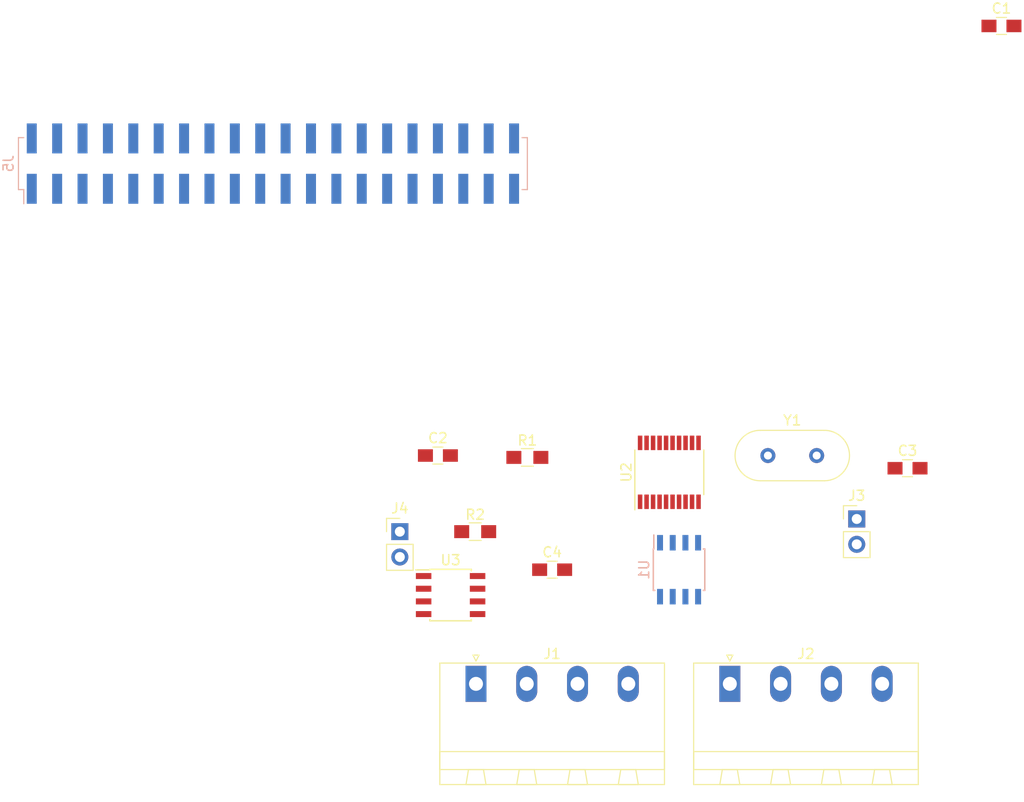
<source format=kicad_pcb>
(kicad_pcb (version 20170123) (host pcbnew "(2017-06-15 revision a544a5b)-master")

  (general
    (links 53)
    (no_connects 53)
    (area 85.6125 55.88 188.405002 136.5525)
    (thickness 1.6)
    (drawings 2)
    (tracks 0)
    (zones 0)
    (modules 15)
    (nets 50)
  )

  (page A4)
  (layers
    (0 F.Cu signal)
    (31 B.Cu signal)
    (32 B.Adhes user)
    (33 F.Adhes user)
    (34 B.Paste user)
    (35 F.Paste user)
    (36 B.SilkS user)
    (37 F.SilkS user)
    (38 B.Mask user)
    (39 F.Mask user)
    (40 Dwgs.User user)
    (41 Cmts.User user)
    (42 Eco1.User user)
    (43 Eco2.User user)
    (44 Edge.Cuts user)
    (45 Margin user)
    (46 B.CrtYd user)
    (47 F.CrtYd user)
    (48 B.Fab user)
    (49 F.Fab user)
  )

  (setup
    (last_trace_width 0.25)
    (trace_clearance 0.2)
    (zone_clearance 0.508)
    (zone_45_only no)
    (trace_min 0.2)
    (segment_width 0.2)
    (edge_width 0.15)
    (via_size 0.8)
    (via_drill 0.4)
    (via_min_size 0.4)
    (via_min_drill 0.3)
    (uvia_size 0.3)
    (uvia_drill 0.1)
    (uvias_allowed no)
    (uvia_min_size 0.2)
    (uvia_min_drill 0.1)
    (pcb_text_width 0.3)
    (pcb_text_size 1.5 1.5)
    (mod_edge_width 0.15)
    (mod_text_size 1 1)
    (mod_text_width 0.15)
    (pad_size 1.524 1.524)
    (pad_drill 0.762)
    (pad_to_mask_clearance 0.2)
    (aux_axis_origin 165.1 114.3)
    (grid_origin 165.1 114.3)
    (visible_elements FFFFFF7F)
    (pcbplotparams
      (layerselection 0x00030_ffffffff)
      (usegerberextensions false)
      (excludeedgelayer true)
      (linewidth 0.100000)
      (plotframeref false)
      (viasonmask false)
      (mode 1)
      (useauxorigin false)
      (hpglpennumber 1)
      (hpglpenspeed 20)
      (hpglpendiameter 15)
      (psnegative false)
      (psa4output false)
      (plotreference true)
      (plotvalue true)
      (plotinvisibletext false)
      (padsonsilk false)
      (subtractmaskfromsilk false)
      (outputformat 1)
      (mirror false)
      (drillshape 1)
      (scaleselection 1)
      (outputdirectory ""))
  )

  (net 0 "")
  (net 1 +5V)
  (net 2 GND)
  (net 3 +3V3)
  (net 4 "Net-(C3-Pad2)")
  (net 5 "Net-(C4-Pad2)")
  (net 6 VCC)
  (net 7 "Net-(J1-Pad3)")
  (net 8 "Net-(J1-Pad2)")
  (net 9 "Net-(J4-Pad1)")
  (net 10 "Net-(J5-Pad40)")
  (net 11 "Net-(J5-Pad38)")
  (net 12 "Net-(J5-Pad37)")
  (net 13 "Net-(J5-Pad36)")
  (net 14 "Net-(J5-Pad35)")
  (net 15 "Net-(J5-Pad33)")
  (net 16 "Net-(J5-Pad32)")
  (net 17 "Net-(J5-Pad31)")
  (net 18 "Net-(J5-Pad29)")
  (net 19 "Net-(J5-Pad28)")
  (net 20 "Net-(J5-Pad27)")
  (net 21 "Net-(J5-Pad26)")
  (net 22 /~CS)
  (net 23 /SCK)
  (net 24 /~INT)
  (net 25 /MISO)
  (net 26 /MOSI)
  (net 27 "Net-(J5-Pad18)")
  (net 28 "Net-(J5-Pad16)")
  (net 29 "Net-(J5-Pad15)")
  (net 30 "Net-(J5-Pad13)")
  (net 31 "Net-(J5-Pad12)")
  (net 32 "Net-(J5-Pad11)")
  (net 33 "Net-(J5-Pad10)")
  (net 34 "Net-(J5-Pad8)")
  (net 35 "Net-(J5-Pad7)")
  (net 36 "Net-(J5-Pad5)")
  (net 37 "Net-(J5-Pad3)")
  (net 38 "Net-(R1-Pad1)")
  (net 39 "Net-(U1-Pad1)")
  (net 40 "Net-(U1-Pad4)")
  (net 41 "Net-(U1-Pad5)")
  (net 42 "Net-(U2-Pad15)")
  (net 43 "Net-(U2-Pad12)")
  (net 44 "Net-(U2-Pad11)")
  (net 45 "Net-(U2-Pad7)")
  (net 46 "Net-(U2-Pad6)")
  (net 47 "Net-(U2-Pad5)")
  (net 48 "Net-(U2-Pad4)")
  (net 49 "Net-(U2-Pad3)")

  (net_class Default "This is the default net class."
    (clearance 0.2)
    (trace_width 0.25)
    (via_dia 0.8)
    (via_drill 0.4)
    (uvia_dia 0.3)
    (uvia_drill 0.1)
    (add_net +3V3)
    (add_net +5V)
    (add_net /MISO)
    (add_net /MOSI)
    (add_net /SCK)
    (add_net /~CS)
    (add_net /~INT)
    (add_net GND)
    (add_net "Net-(C3-Pad2)")
    (add_net "Net-(C4-Pad2)")
    (add_net "Net-(J1-Pad2)")
    (add_net "Net-(J1-Pad3)")
    (add_net "Net-(J4-Pad1)")
    (add_net "Net-(J5-Pad10)")
    (add_net "Net-(J5-Pad11)")
    (add_net "Net-(J5-Pad12)")
    (add_net "Net-(J5-Pad13)")
    (add_net "Net-(J5-Pad15)")
    (add_net "Net-(J5-Pad16)")
    (add_net "Net-(J5-Pad18)")
    (add_net "Net-(J5-Pad26)")
    (add_net "Net-(J5-Pad27)")
    (add_net "Net-(J5-Pad28)")
    (add_net "Net-(J5-Pad29)")
    (add_net "Net-(J5-Pad3)")
    (add_net "Net-(J5-Pad31)")
    (add_net "Net-(J5-Pad32)")
    (add_net "Net-(J5-Pad33)")
    (add_net "Net-(J5-Pad35)")
    (add_net "Net-(J5-Pad36)")
    (add_net "Net-(J5-Pad37)")
    (add_net "Net-(J5-Pad38)")
    (add_net "Net-(J5-Pad40)")
    (add_net "Net-(J5-Pad5)")
    (add_net "Net-(J5-Pad7)")
    (add_net "Net-(J5-Pad8)")
    (add_net "Net-(R1-Pad1)")
    (add_net "Net-(U1-Pad1)")
    (add_net "Net-(U1-Pad4)")
    (add_net "Net-(U1-Pad5)")
    (add_net "Net-(U2-Pad11)")
    (add_net "Net-(U2-Pad12)")
    (add_net "Net-(U2-Pad15)")
    (add_net "Net-(U2-Pad3)")
    (add_net "Net-(U2-Pad4)")
    (add_net "Net-(U2-Pad5)")
    (add_net "Net-(U2-Pad6)")
    (add_net "Net-(U2-Pad7)")
    (add_net VCC)
  )

  (module Capacitors_SMD:C_0805_HandSoldering (layer F.Cu) (tedit 58AA84A8) (tstamp 595A179F)
    (at 185.930001 58.5875)
    (descr "Capacitor SMD 0805, hand soldering")
    (tags "capacitor 0805")
    (path /594A0690)
    (attr smd)
    (fp_text reference C1 (at 0 -1.75) (layer F.SilkS)
      (effects (font (size 1 1) (thickness 0.15)))
    )
    (fp_text value 0.1u (at 0 1.75) (layer F.Fab)
      (effects (font (size 1 1) (thickness 0.15)))
    )
    (fp_line (start 2.25 0.87) (end -2.25 0.87) (layer F.CrtYd) (width 0.05))
    (fp_line (start 2.25 0.87) (end 2.25 -0.88) (layer F.CrtYd) (width 0.05))
    (fp_line (start -2.25 -0.88) (end -2.25 0.87) (layer F.CrtYd) (width 0.05))
    (fp_line (start -2.25 -0.88) (end 2.25 -0.88) (layer F.CrtYd) (width 0.05))
    (fp_line (start -0.5 0.85) (end 0.5 0.85) (layer F.SilkS) (width 0.12))
    (fp_line (start 0.5 -0.85) (end -0.5 -0.85) (layer F.SilkS) (width 0.12))
    (fp_line (start -1 -0.62) (end 1 -0.62) (layer F.Fab) (width 0.1))
    (fp_line (start 1 -0.62) (end 1 0.62) (layer F.Fab) (width 0.1))
    (fp_line (start 1 0.62) (end -1 0.62) (layer F.Fab) (width 0.1))
    (fp_line (start -1 0.62) (end -1 -0.62) (layer F.Fab) (width 0.1))
    (fp_text user %R (at 0 -1.75) (layer F.Fab)
      (effects (font (size 1 1) (thickness 0.15)))
    )
    (pad 2 smd rect (at 1.25 0) (size 1.5 1.25) (layers F.Cu F.Paste F.Mask)
      (net 1 +5V))
    (pad 1 smd rect (at -1.25 0) (size 1.5 1.25) (layers F.Cu F.Paste F.Mask)
      (net 2 GND))
    (model Capacitors_SMD.3dshapes/C_0805.wrl
      (at (xyz 0 0 0))
      (scale (xyz 1 1 1))
      (rotate (xyz 0 0 0))
    )
  )

  (module Capacitors_SMD:C_0805_HandSoldering (layer F.Cu) (tedit 58AA84A8) (tstamp 595A17B0)
    (at 129.54 101.6)
    (descr "Capacitor SMD 0805, hand soldering")
    (tags "capacitor 0805")
    (path /594A09F6)
    (attr smd)
    (fp_text reference C2 (at 0 -1.75) (layer F.SilkS)
      (effects (font (size 1 1) (thickness 0.15)))
    )
    (fp_text value 0.1u (at 0 1.75) (layer F.Fab)
      (effects (font (size 1 1) (thickness 0.15)))
    )
    (fp_text user %R (at 0 -1.75) (layer F.Fab)
      (effects (font (size 1 1) (thickness 0.15)))
    )
    (fp_line (start -1 0.62) (end -1 -0.62) (layer F.Fab) (width 0.1))
    (fp_line (start 1 0.62) (end -1 0.62) (layer F.Fab) (width 0.1))
    (fp_line (start 1 -0.62) (end 1 0.62) (layer F.Fab) (width 0.1))
    (fp_line (start -1 -0.62) (end 1 -0.62) (layer F.Fab) (width 0.1))
    (fp_line (start 0.5 -0.85) (end -0.5 -0.85) (layer F.SilkS) (width 0.12))
    (fp_line (start -0.5 0.85) (end 0.5 0.85) (layer F.SilkS) (width 0.12))
    (fp_line (start -2.25 -0.88) (end 2.25 -0.88) (layer F.CrtYd) (width 0.05))
    (fp_line (start -2.25 -0.88) (end -2.25 0.87) (layer F.CrtYd) (width 0.05))
    (fp_line (start 2.25 0.87) (end 2.25 -0.88) (layer F.CrtYd) (width 0.05))
    (fp_line (start 2.25 0.87) (end -2.25 0.87) (layer F.CrtYd) (width 0.05))
    (pad 1 smd rect (at -1.25 0) (size 1.5 1.25) (layers F.Cu F.Paste F.Mask)
      (net 2 GND))
    (pad 2 smd rect (at 1.25 0) (size 1.5 1.25) (layers F.Cu F.Paste F.Mask)
      (net 3 +3V3))
    (model Capacitors_SMD.3dshapes/C_0805.wrl
      (at (xyz 0 0 0))
      (scale (xyz 1 1 1))
      (rotate (xyz 0 0 0))
    )
  )

  (module Capacitors_SMD:C_0805_HandSoldering (layer F.Cu) (tedit 58AA84A8) (tstamp 595A17C1)
    (at 176.53 102.87)
    (descr "Capacitor SMD 0805, hand soldering")
    (tags "capacitor 0805")
    (path /5949F95B)
    (attr smd)
    (fp_text reference C3 (at 0 -1.75) (layer F.SilkS)
      (effects (font (size 1 1) (thickness 0.15)))
    )
    (fp_text value 18p (at 0 1.75) (layer F.Fab)
      (effects (font (size 1 1) (thickness 0.15)))
    )
    (fp_line (start 2.25 0.87) (end -2.25 0.87) (layer F.CrtYd) (width 0.05))
    (fp_line (start 2.25 0.87) (end 2.25 -0.88) (layer F.CrtYd) (width 0.05))
    (fp_line (start -2.25 -0.88) (end -2.25 0.87) (layer F.CrtYd) (width 0.05))
    (fp_line (start -2.25 -0.88) (end 2.25 -0.88) (layer F.CrtYd) (width 0.05))
    (fp_line (start -0.5 0.85) (end 0.5 0.85) (layer F.SilkS) (width 0.12))
    (fp_line (start 0.5 -0.85) (end -0.5 -0.85) (layer F.SilkS) (width 0.12))
    (fp_line (start -1 -0.62) (end 1 -0.62) (layer F.Fab) (width 0.1))
    (fp_line (start 1 -0.62) (end 1 0.62) (layer F.Fab) (width 0.1))
    (fp_line (start 1 0.62) (end -1 0.62) (layer F.Fab) (width 0.1))
    (fp_line (start -1 0.62) (end -1 -0.62) (layer F.Fab) (width 0.1))
    (fp_text user %R (at 0 -1.75) (layer F.Fab)
      (effects (font (size 1 1) (thickness 0.15)))
    )
    (pad 2 smd rect (at 1.25 0) (size 1.5 1.25) (layers F.Cu F.Paste F.Mask)
      (net 4 "Net-(C3-Pad2)"))
    (pad 1 smd rect (at -1.25 0) (size 1.5 1.25) (layers F.Cu F.Paste F.Mask)
      (net 2 GND))
    (model Capacitors_SMD.3dshapes/C_0805.wrl
      (at (xyz 0 0 0))
      (scale (xyz 1 1 1))
      (rotate (xyz 0 0 0))
    )
  )

  (module Capacitors_SMD:C_0805_HandSoldering (layer F.Cu) (tedit 58AA84A8) (tstamp 595A17D2)
    (at 140.97 113.03)
    (descr "Capacitor SMD 0805, hand soldering")
    (tags "capacitor 0805")
    (path /5949F9CE)
    (attr smd)
    (fp_text reference C4 (at 0 -1.75) (layer F.SilkS)
      (effects (font (size 1 1) (thickness 0.15)))
    )
    (fp_text value 18p (at 0 1.75) (layer F.Fab)
      (effects (font (size 1 1) (thickness 0.15)))
    )
    (fp_text user %R (at 0 -1.75) (layer F.Fab)
      (effects (font (size 1 1) (thickness 0.15)))
    )
    (fp_line (start -1 0.62) (end -1 -0.62) (layer F.Fab) (width 0.1))
    (fp_line (start 1 0.62) (end -1 0.62) (layer F.Fab) (width 0.1))
    (fp_line (start 1 -0.62) (end 1 0.62) (layer F.Fab) (width 0.1))
    (fp_line (start -1 -0.62) (end 1 -0.62) (layer F.Fab) (width 0.1))
    (fp_line (start 0.5 -0.85) (end -0.5 -0.85) (layer F.SilkS) (width 0.12))
    (fp_line (start -0.5 0.85) (end 0.5 0.85) (layer F.SilkS) (width 0.12))
    (fp_line (start -2.25 -0.88) (end 2.25 -0.88) (layer F.CrtYd) (width 0.05))
    (fp_line (start -2.25 -0.88) (end -2.25 0.87) (layer F.CrtYd) (width 0.05))
    (fp_line (start 2.25 0.87) (end 2.25 -0.88) (layer F.CrtYd) (width 0.05))
    (fp_line (start 2.25 0.87) (end -2.25 0.87) (layer F.CrtYd) (width 0.05))
    (pad 1 smd rect (at -1.25 0) (size 1.5 1.25) (layers F.Cu F.Paste F.Mask)
      (net 2 GND))
    (pad 2 smd rect (at 1.25 0) (size 1.5 1.25) (layers F.Cu F.Paste F.Mask)
      (net 5 "Net-(C4-Pad2)"))
    (model Capacitors_SMD.3dshapes/C_0805.wrl
      (at (xyz 0 0 0))
      (scale (xyz 1 1 1))
      (rotate (xyz 0 0 0))
    )
  )

  (module Connectors_Phoenix:PhoenixContact_MSTBA-G_04x5.08mm_Angled (layer F.Cu) (tedit 58AC498B) (tstamp 595A1800)
    (at 133.35 124.46)
    (descr "Generic Phoenix Contact connector footprint for series: MSTBA-G; number of pins: 04; pin pitch: 5.08mm; Angled || order number: 1923885 16A (HC) || order number: 1757268 12A")
    (tags "phoenix_contact connector MSTBA_01x04_G_5.08mm")
    (path /5949E133)
    (fp_text reference J1 (at 7.62 -3) (layer F.SilkS)
      (effects (font (size 1 1) (thickness 0.15)))
    )
    (fp_text value "CAN IN" (at 7.62 11) (layer F.Fab)
      (effects (font (size 1 1) (thickness 0.15)))
    )
    (fp_text user %R (at 7.62 3) (layer F.Fab)
      (effects (font (size 1 1) (thickness 0.15)))
    )
    (fp_line (start 0 -0.5) (end -0.95 -2) (layer F.Fab) (width 0.1))
    (fp_line (start 0.95 -2) (end 0 -0.5) (layer F.Fab) (width 0.1))
    (fp_line (start -0.3 -2.88) (end 0.3 -2.88) (layer F.SilkS) (width 0.12))
    (fp_line (start 0 -2.28) (end -0.3 -2.88) (layer F.SilkS) (width 0.12))
    (fp_line (start 0.3 -2.88) (end 0 -2.28) (layer F.SilkS) (width 0.12))
    (fp_line (start 19.28 -2.5) (end -4.04 -2.5) (layer F.CrtYd) (width 0.05))
    (fp_line (start 19.28 10.5) (end 19.28 -2.5) (layer F.CrtYd) (width 0.05))
    (fp_line (start -4.04 10.5) (end 19.28 10.5) (layer F.CrtYd) (width 0.05))
    (fp_line (start -4.04 -2.5) (end -4.04 10.5) (layer F.CrtYd) (width 0.05))
    (fp_line (start 14.49 8.58) (end 14.24 10.08) (layer F.SilkS) (width 0.12))
    (fp_line (start 15.99 8.58) (end 14.49 8.58) (layer F.SilkS) (width 0.12))
    (fp_line (start 16.24 10.08) (end 15.99 8.58) (layer F.SilkS) (width 0.12))
    (fp_line (start 14.24 10.08) (end 16.24 10.08) (layer F.SilkS) (width 0.12))
    (fp_line (start 9.41 8.58) (end 9.16 10.08) (layer F.SilkS) (width 0.12))
    (fp_line (start 10.91 8.58) (end 9.41 8.58) (layer F.SilkS) (width 0.12))
    (fp_line (start 11.16 10.08) (end 10.91 8.58) (layer F.SilkS) (width 0.12))
    (fp_line (start 9.16 10.08) (end 11.16 10.08) (layer F.SilkS) (width 0.12))
    (fp_line (start 4.33 8.58) (end 4.08 10.08) (layer F.SilkS) (width 0.12))
    (fp_line (start 5.83 8.58) (end 4.33 8.58) (layer F.SilkS) (width 0.12))
    (fp_line (start 6.08 10.08) (end 5.83 8.58) (layer F.SilkS) (width 0.12))
    (fp_line (start 4.08 10.08) (end 6.08 10.08) (layer F.SilkS) (width 0.12))
    (fp_line (start -0.75 8.58) (end -1 10.08) (layer F.SilkS) (width 0.12))
    (fp_line (start 0.75 8.58) (end -0.75 8.58) (layer F.SilkS) (width 0.12))
    (fp_line (start 1 10.08) (end 0.75 8.58) (layer F.SilkS) (width 0.12))
    (fp_line (start -1 10.08) (end 1 10.08) (layer F.SilkS) (width 0.12))
    (fp_line (start 18.86 8.58) (end -3.62 8.58) (layer F.SilkS) (width 0.12))
    (fp_line (start 18.86 6.78) (end 18.86 8.58) (layer F.SilkS) (width 0.12))
    (fp_line (start -3.62 6.78) (end 18.86 6.78) (layer F.SilkS) (width 0.12))
    (fp_line (start -3.62 8.58) (end -3.62 6.78) (layer F.SilkS) (width 0.12))
    (fp_line (start 18.78 -2) (end -3.54 -2) (layer F.Fab) (width 0.1))
    (fp_line (start 18.78 10) (end 18.78 -2) (layer F.Fab) (width 0.1))
    (fp_line (start -3.54 10) (end 18.78 10) (layer F.Fab) (width 0.1))
    (fp_line (start -3.54 -2) (end -3.54 10) (layer F.Fab) (width 0.1))
    (fp_line (start 18.86 -2.08) (end -3.62 -2.08) (layer F.SilkS) (width 0.12))
    (fp_line (start 18.86 10.08) (end 18.86 -2.08) (layer F.SilkS) (width 0.12))
    (fp_line (start -3.62 10.08) (end 18.86 10.08) (layer F.SilkS) (width 0.12))
    (fp_line (start -3.62 -2.08) (end -3.62 10.08) (layer F.SilkS) (width 0.12))
    (pad 4 thru_hole oval (at 15.24 0) (size 2.1 3.6) (drill 1.4) (layers *.Cu *.Mask)
      (net 6 VCC))
    (pad 3 thru_hole oval (at 10.16 0) (size 2.1 3.6) (drill 1.4) (layers *.Cu *.Mask)
      (net 7 "Net-(J1-Pad3)"))
    (pad 2 thru_hole oval (at 5.08 0) (size 2.1 3.6) (drill 1.4) (layers *.Cu *.Mask)
      (net 8 "Net-(J1-Pad2)"))
    (pad 1 thru_hole rect (at 0 0) (size 2.1 3.6) (drill 1.4) (layers *.Cu *.Mask)
      (net 2 GND))
    (model Connectors_Phoenix.3dshapes/PhoenixContact_MSTBA-G_04x5.08mm_Angled.wrl
      (at (xyz 0 0 0))
      (scale (xyz 1 1 1))
      (rotate (xyz 0 0 0))
    )
  )

  (module Connectors_Phoenix:PhoenixContact_MSTBA-G_04x5.08mm_Angled (layer F.Cu) (tedit 58AC498B) (tstamp 595A182E)
    (at 158.75 124.46)
    (descr "Generic Phoenix Contact connector footprint for series: MSTBA-G; number of pins: 04; pin pitch: 5.08mm; Angled || order number: 1923885 16A (HC) || order number: 1757268 12A")
    (tags "phoenix_contact connector MSTBA_01x04_G_5.08mm")
    (path /5949E25D)
    (fp_text reference J2 (at 7.62 -3) (layer F.SilkS)
      (effects (font (size 1 1) (thickness 0.15)))
    )
    (fp_text value "CAN OUT" (at 7.62 11) (layer F.Fab)
      (effects (font (size 1 1) (thickness 0.15)))
    )
    (fp_line (start -3.62 -2.08) (end -3.62 10.08) (layer F.SilkS) (width 0.12))
    (fp_line (start -3.62 10.08) (end 18.86 10.08) (layer F.SilkS) (width 0.12))
    (fp_line (start 18.86 10.08) (end 18.86 -2.08) (layer F.SilkS) (width 0.12))
    (fp_line (start 18.86 -2.08) (end -3.62 -2.08) (layer F.SilkS) (width 0.12))
    (fp_line (start -3.54 -2) (end -3.54 10) (layer F.Fab) (width 0.1))
    (fp_line (start -3.54 10) (end 18.78 10) (layer F.Fab) (width 0.1))
    (fp_line (start 18.78 10) (end 18.78 -2) (layer F.Fab) (width 0.1))
    (fp_line (start 18.78 -2) (end -3.54 -2) (layer F.Fab) (width 0.1))
    (fp_line (start -3.62 8.58) (end -3.62 6.78) (layer F.SilkS) (width 0.12))
    (fp_line (start -3.62 6.78) (end 18.86 6.78) (layer F.SilkS) (width 0.12))
    (fp_line (start 18.86 6.78) (end 18.86 8.58) (layer F.SilkS) (width 0.12))
    (fp_line (start 18.86 8.58) (end -3.62 8.58) (layer F.SilkS) (width 0.12))
    (fp_line (start -1 10.08) (end 1 10.08) (layer F.SilkS) (width 0.12))
    (fp_line (start 1 10.08) (end 0.75 8.58) (layer F.SilkS) (width 0.12))
    (fp_line (start 0.75 8.58) (end -0.75 8.58) (layer F.SilkS) (width 0.12))
    (fp_line (start -0.75 8.58) (end -1 10.08) (layer F.SilkS) (width 0.12))
    (fp_line (start 4.08 10.08) (end 6.08 10.08) (layer F.SilkS) (width 0.12))
    (fp_line (start 6.08 10.08) (end 5.83 8.58) (layer F.SilkS) (width 0.12))
    (fp_line (start 5.83 8.58) (end 4.33 8.58) (layer F.SilkS) (width 0.12))
    (fp_line (start 4.33 8.58) (end 4.08 10.08) (layer F.SilkS) (width 0.12))
    (fp_line (start 9.16 10.08) (end 11.16 10.08) (layer F.SilkS) (width 0.12))
    (fp_line (start 11.16 10.08) (end 10.91 8.58) (layer F.SilkS) (width 0.12))
    (fp_line (start 10.91 8.58) (end 9.41 8.58) (layer F.SilkS) (width 0.12))
    (fp_line (start 9.41 8.58) (end 9.16 10.08) (layer F.SilkS) (width 0.12))
    (fp_line (start 14.24 10.08) (end 16.24 10.08) (layer F.SilkS) (width 0.12))
    (fp_line (start 16.24 10.08) (end 15.99 8.58) (layer F.SilkS) (width 0.12))
    (fp_line (start 15.99 8.58) (end 14.49 8.58) (layer F.SilkS) (width 0.12))
    (fp_line (start 14.49 8.58) (end 14.24 10.08) (layer F.SilkS) (width 0.12))
    (fp_line (start -4.04 -2.5) (end -4.04 10.5) (layer F.CrtYd) (width 0.05))
    (fp_line (start -4.04 10.5) (end 19.28 10.5) (layer F.CrtYd) (width 0.05))
    (fp_line (start 19.28 10.5) (end 19.28 -2.5) (layer F.CrtYd) (width 0.05))
    (fp_line (start 19.28 -2.5) (end -4.04 -2.5) (layer F.CrtYd) (width 0.05))
    (fp_line (start 0.3 -2.88) (end 0 -2.28) (layer F.SilkS) (width 0.12))
    (fp_line (start 0 -2.28) (end -0.3 -2.88) (layer F.SilkS) (width 0.12))
    (fp_line (start -0.3 -2.88) (end 0.3 -2.88) (layer F.SilkS) (width 0.12))
    (fp_line (start 0.95 -2) (end 0 -0.5) (layer F.Fab) (width 0.1))
    (fp_line (start 0 -0.5) (end -0.95 -2) (layer F.Fab) (width 0.1))
    (fp_text user %R (at 7.62 3) (layer F.Fab)
      (effects (font (size 1 1) (thickness 0.15)))
    )
    (pad 1 thru_hole rect (at 0 0) (size 2.1 3.6) (drill 1.4) (layers *.Cu *.Mask)
      (net 2 GND))
    (pad 2 thru_hole oval (at 5.08 0) (size 2.1 3.6) (drill 1.4) (layers *.Cu *.Mask)
      (net 8 "Net-(J1-Pad2)"))
    (pad 3 thru_hole oval (at 10.16 0) (size 2.1 3.6) (drill 1.4) (layers *.Cu *.Mask)
      (net 7 "Net-(J1-Pad3)"))
    (pad 4 thru_hole oval (at 15.24 0) (size 2.1 3.6) (drill 1.4) (layers *.Cu *.Mask)
      (net 6 VCC))
    (model Connectors_Phoenix.3dshapes/PhoenixContact_MSTBA-G_04x5.08mm_Angled.wrl
      (at (xyz 0 0 0))
      (scale (xyz 1 1 1))
      (rotate (xyz 0 0 0))
    )
  )

  (module Pin_Headers:Pin_Header_Straight_1x02_Pitch2.54mm (layer F.Cu) (tedit 58CD4EC1) (tstamp 595A1843)
    (at 171.45 107.95)
    (descr "Through hole straight pin header, 1x02, 2.54mm pitch, single row")
    (tags "Through hole pin header THT 1x02 2.54mm single row")
    (path /594A22F2)
    (fp_text reference J3 (at 0 -2.33) (layer F.SilkS)
      (effects (font (size 1 1) (thickness 0.15)))
    )
    (fp_text value POWER (at 0 4.87) (layer F.Fab)
      (effects (font (size 1 1) (thickness 0.15)))
    )
    (fp_line (start -1.27 -1.27) (end -1.27 3.81) (layer F.Fab) (width 0.1))
    (fp_line (start -1.27 3.81) (end 1.27 3.81) (layer F.Fab) (width 0.1))
    (fp_line (start 1.27 3.81) (end 1.27 -1.27) (layer F.Fab) (width 0.1))
    (fp_line (start 1.27 -1.27) (end -1.27 -1.27) (layer F.Fab) (width 0.1))
    (fp_line (start -1.33 1.27) (end -1.33 3.87) (layer F.SilkS) (width 0.12))
    (fp_line (start -1.33 3.87) (end 1.33 3.87) (layer F.SilkS) (width 0.12))
    (fp_line (start 1.33 3.87) (end 1.33 1.27) (layer F.SilkS) (width 0.12))
    (fp_line (start 1.33 1.27) (end -1.33 1.27) (layer F.SilkS) (width 0.12))
    (fp_line (start -1.33 0) (end -1.33 -1.33) (layer F.SilkS) (width 0.12))
    (fp_line (start -1.33 -1.33) (end 0 -1.33) (layer F.SilkS) (width 0.12))
    (fp_line (start -1.8 -1.8) (end -1.8 4.35) (layer F.CrtYd) (width 0.05))
    (fp_line (start -1.8 4.35) (end 1.8 4.35) (layer F.CrtYd) (width 0.05))
    (fp_line (start 1.8 4.35) (end 1.8 -1.8) (layer F.CrtYd) (width 0.05))
    (fp_line (start 1.8 -1.8) (end -1.8 -1.8) (layer F.CrtYd) (width 0.05))
    (fp_text user %R (at 0 -2.33) (layer F.Fab)
      (effects (font (size 1 1) (thickness 0.15)))
    )
    (pad 1 thru_hole rect (at 0 0) (size 1.7 1.7) (drill 1) (layers *.Cu *.Mask)
      (net 6 VCC))
    (pad 2 thru_hole oval (at 0 2.54) (size 1.7 1.7) (drill 1) (layers *.Cu *.Mask)
      (net 1 +5V))
    (model ${KISYS3DMOD}/Pin_Headers.3dshapes/Pin_Header_Straight_1x02_Pitch2.54mm.wrl
      (at (xyz 0 -0.05 0))
      (scale (xyz 1 1 1))
      (rotate (xyz 0 0 90))
    )
  )

  (module Pin_Headers:Pin_Header_Straight_1x02_Pitch2.54mm (layer F.Cu) (tedit 58CD4EC1) (tstamp 595A1858)
    (at 125.73 109.22)
    (descr "Through hole straight pin header, 1x02, 2.54mm pitch, single row")
    (tags "Through hole pin header THT 1x02 2.54mm single row")
    (path /5949C405)
    (fp_text reference J4 (at 0 -2.33) (layer F.SilkS)
      (effects (font (size 1 1) (thickness 0.15)))
    )
    (fp_text value ~WP (at 0 4.87) (layer F.Fab)
      (effects (font (size 1 1) (thickness 0.15)))
    )
    (fp_text user %R (at 0 -2.33) (layer F.Fab)
      (effects (font (size 1 1) (thickness 0.15)))
    )
    (fp_line (start 1.8 -1.8) (end -1.8 -1.8) (layer F.CrtYd) (width 0.05))
    (fp_line (start 1.8 4.35) (end 1.8 -1.8) (layer F.CrtYd) (width 0.05))
    (fp_line (start -1.8 4.35) (end 1.8 4.35) (layer F.CrtYd) (width 0.05))
    (fp_line (start -1.8 -1.8) (end -1.8 4.35) (layer F.CrtYd) (width 0.05))
    (fp_line (start -1.33 -1.33) (end 0 -1.33) (layer F.SilkS) (width 0.12))
    (fp_line (start -1.33 0) (end -1.33 -1.33) (layer F.SilkS) (width 0.12))
    (fp_line (start 1.33 1.27) (end -1.33 1.27) (layer F.SilkS) (width 0.12))
    (fp_line (start 1.33 3.87) (end 1.33 1.27) (layer F.SilkS) (width 0.12))
    (fp_line (start -1.33 3.87) (end 1.33 3.87) (layer F.SilkS) (width 0.12))
    (fp_line (start -1.33 1.27) (end -1.33 3.87) (layer F.SilkS) (width 0.12))
    (fp_line (start 1.27 -1.27) (end -1.27 -1.27) (layer F.Fab) (width 0.1))
    (fp_line (start 1.27 3.81) (end 1.27 -1.27) (layer F.Fab) (width 0.1))
    (fp_line (start -1.27 3.81) (end 1.27 3.81) (layer F.Fab) (width 0.1))
    (fp_line (start -1.27 -1.27) (end -1.27 3.81) (layer F.Fab) (width 0.1))
    (pad 2 thru_hole oval (at 0 2.54) (size 1.7 1.7) (drill 1) (layers *.Cu *.Mask)
      (net 2 GND))
    (pad 1 thru_hole rect (at 0 0) (size 1.7 1.7) (drill 1) (layers *.Cu *.Mask)
      (net 9 "Net-(J4-Pad1)"))
    (model ${KISYS3DMOD}/Pin_Headers.3dshapes/Pin_Header_Straight_1x02_Pitch2.54mm.wrl
      (at (xyz 0 -0.05 0))
      (scale (xyz 1 1 1))
      (rotate (xyz 0 0 90))
    )
  )

  (module Socket_Strips:Socket_Strip_Straight_2x20_Pitch2.54mm_SMD (layer B.Cu) (tedit 58CD544A) (tstamp 595A1934)
    (at 113.03 72.37 270)
    (descr "surface-mounted straight socket strip, 2x20, 2.54mm pitch, double rows")
    (tags "Surface mounted socket strip SMD 2x20 2.54mm double row")
    (path /59499C42)
    (attr smd)
    (fp_text reference J5 (at 0 26.46 270) (layer B.SilkS)
      (effects (font (size 1 1) (thickness 0.15)) (justify mirror))
    )
    (fp_text value GPIO (at 0 -26.46 270) (layer B.Fab)
      (effects (font (size 1 1) (thickness 0.15)) (justify mirror))
    )
    (fp_text user %R (at 0 26.46 270) (layer B.Fab)
      (effects (font (size 1 1) (thickness 0.15)) (justify mirror))
    )
    (fp_line (start 4.55 25.9) (end -4.55 25.9) (layer B.CrtYd) (width 0.05))
    (fp_line (start 4.55 -25.9) (end 4.55 25.9) (layer B.CrtYd) (width 0.05))
    (fp_line (start -4.55 -25.9) (end 4.55 -25.9) (layer B.CrtYd) (width 0.05))
    (fp_line (start -4.55 25.9) (end -4.55 -25.9) (layer B.CrtYd) (width 0.05))
    (fp_line (start 4.02 24.93) (end 2.6 24.93) (layer B.SilkS) (width 0.12))
    (fp_line (start 2.6 -25.46) (end 2.6 -24.93) (layer B.SilkS) (width 0.12))
    (fp_line (start -2.6 -25.46) (end 2.6 -25.46) (layer B.SilkS) (width 0.12))
    (fp_line (start -2.6 -24.93) (end -2.6 -25.46) (layer B.SilkS) (width 0.12))
    (fp_line (start 2.6 25.46) (end 2.6 24.93) (layer B.SilkS) (width 0.12))
    (fp_line (start -2.6 25.46) (end 2.6 25.46) (layer B.SilkS) (width 0.12))
    (fp_line (start -2.6 24.93) (end -2.6 25.46) (layer B.SilkS) (width 0.12))
    (fp_line (start 3.92 -23.81) (end 2.54 -23.81) (layer B.Fab) (width 0.1))
    (fp_line (start 3.92 -24.45) (end 3.92 -23.81) (layer B.Fab) (width 0.1))
    (fp_line (start 2.54 -24.45) (end 3.92 -24.45) (layer B.Fab) (width 0.1))
    (fp_line (start 2.54 -23.81) (end 2.54 -24.45) (layer B.Fab) (width 0.1))
    (fp_line (start -3.92 -23.81) (end -2.54 -23.81) (layer B.Fab) (width 0.1))
    (fp_line (start -3.92 -24.45) (end -3.92 -23.81) (layer B.Fab) (width 0.1))
    (fp_line (start -2.54 -24.45) (end -3.92 -24.45) (layer B.Fab) (width 0.1))
    (fp_line (start -2.54 -23.81) (end -2.54 -24.45) (layer B.Fab) (width 0.1))
    (fp_line (start 3.92 -21.27) (end 2.54 -21.27) (layer B.Fab) (width 0.1))
    (fp_line (start 3.92 -21.91) (end 3.92 -21.27) (layer B.Fab) (width 0.1))
    (fp_line (start 2.54 -21.91) (end 3.92 -21.91) (layer B.Fab) (width 0.1))
    (fp_line (start 2.54 -21.27) (end 2.54 -21.91) (layer B.Fab) (width 0.1))
    (fp_line (start -3.92 -21.27) (end -2.54 -21.27) (layer B.Fab) (width 0.1))
    (fp_line (start -3.92 -21.91) (end -3.92 -21.27) (layer B.Fab) (width 0.1))
    (fp_line (start -2.54 -21.91) (end -3.92 -21.91) (layer B.Fab) (width 0.1))
    (fp_line (start -2.54 -21.27) (end -2.54 -21.91) (layer B.Fab) (width 0.1))
    (fp_line (start 3.92 -18.73) (end 2.54 -18.73) (layer B.Fab) (width 0.1))
    (fp_line (start 3.92 -19.37) (end 3.92 -18.73) (layer B.Fab) (width 0.1))
    (fp_line (start 2.54 -19.37) (end 3.92 -19.37) (layer B.Fab) (width 0.1))
    (fp_line (start 2.54 -18.73) (end 2.54 -19.37) (layer B.Fab) (width 0.1))
    (fp_line (start -3.92 -18.73) (end -2.54 -18.73) (layer B.Fab) (width 0.1))
    (fp_line (start -3.92 -19.37) (end -3.92 -18.73) (layer B.Fab) (width 0.1))
    (fp_line (start -2.54 -19.37) (end -3.92 -19.37) (layer B.Fab) (width 0.1))
    (fp_line (start -2.54 -18.73) (end -2.54 -19.37) (layer B.Fab) (width 0.1))
    (fp_line (start 3.92 -16.19) (end 2.54 -16.19) (layer B.Fab) (width 0.1))
    (fp_line (start 3.92 -16.83) (end 3.92 -16.19) (layer B.Fab) (width 0.1))
    (fp_line (start 2.54 -16.83) (end 3.92 -16.83) (layer B.Fab) (width 0.1))
    (fp_line (start 2.54 -16.19) (end 2.54 -16.83) (layer B.Fab) (width 0.1))
    (fp_line (start -3.92 -16.19) (end -2.54 -16.19) (layer B.Fab) (width 0.1))
    (fp_line (start -3.92 -16.83) (end -3.92 -16.19) (layer B.Fab) (width 0.1))
    (fp_line (start -2.54 -16.83) (end -3.92 -16.83) (layer B.Fab) (width 0.1))
    (fp_line (start -2.54 -16.19) (end -2.54 -16.83) (layer B.Fab) (width 0.1))
    (fp_line (start 3.92 -13.65) (end 2.54 -13.65) (layer B.Fab) (width 0.1))
    (fp_line (start 3.92 -14.29) (end 3.92 -13.65) (layer B.Fab) (width 0.1))
    (fp_line (start 2.54 -14.29) (end 3.92 -14.29) (layer B.Fab) (width 0.1))
    (fp_line (start 2.54 -13.65) (end 2.54 -14.29) (layer B.Fab) (width 0.1))
    (fp_line (start -3.92 -13.65) (end -2.54 -13.65) (layer B.Fab) (width 0.1))
    (fp_line (start -3.92 -14.29) (end -3.92 -13.65) (layer B.Fab) (width 0.1))
    (fp_line (start -2.54 -14.29) (end -3.92 -14.29) (layer B.Fab) (width 0.1))
    (fp_line (start -2.54 -13.65) (end -2.54 -14.29) (layer B.Fab) (width 0.1))
    (fp_line (start 3.92 -11.11) (end 2.54 -11.11) (layer B.Fab) (width 0.1))
    (fp_line (start 3.92 -11.75) (end 3.92 -11.11) (layer B.Fab) (width 0.1))
    (fp_line (start 2.54 -11.75) (end 3.92 -11.75) (layer B.Fab) (width 0.1))
    (fp_line (start 2.54 -11.11) (end 2.54 -11.75) (layer B.Fab) (width 0.1))
    (fp_line (start -3.92 -11.11) (end -2.54 -11.11) (layer B.Fab) (width 0.1))
    (fp_line (start -3.92 -11.75) (end -3.92 -11.11) (layer B.Fab) (width 0.1))
    (fp_line (start -2.54 -11.75) (end -3.92 -11.75) (layer B.Fab) (width 0.1))
    (fp_line (start -2.54 -11.11) (end -2.54 -11.75) (layer B.Fab) (width 0.1))
    (fp_line (start 3.92 -8.57) (end 2.54 -8.57) (layer B.Fab) (width 0.1))
    (fp_line (start 3.92 -9.21) (end 3.92 -8.57) (layer B.Fab) (width 0.1))
    (fp_line (start 2.54 -9.21) (end 3.92 -9.21) (layer B.Fab) (width 0.1))
    (fp_line (start 2.54 -8.57) (end 2.54 -9.21) (layer B.Fab) (width 0.1))
    (fp_line (start -3.92 -8.57) (end -2.54 -8.57) (layer B.Fab) (width 0.1))
    (fp_line (start -3.92 -9.21) (end -3.92 -8.57) (layer B.Fab) (width 0.1))
    (fp_line (start -2.54 -9.21) (end -3.92 -9.21) (layer B.Fab) (width 0.1))
    (fp_line (start -2.54 -8.57) (end -2.54 -9.21) (layer B.Fab) (width 0.1))
    (fp_line (start 3.92 -6.03) (end 2.54 -6.03) (layer B.Fab) (width 0.1))
    (fp_line (start 3.92 -6.67) (end 3.92 -6.03) (layer B.Fab) (width 0.1))
    (fp_line (start 2.54 -6.67) (end 3.92 -6.67) (layer B.Fab) (width 0.1))
    (fp_line (start 2.54 -6.03) (end 2.54 -6.67) (layer B.Fab) (width 0.1))
    (fp_line (start -3.92 -6.03) (end -2.54 -6.03) (layer B.Fab) (width 0.1))
    (fp_line (start -3.92 -6.67) (end -3.92 -6.03) (layer B.Fab) (width 0.1))
    (fp_line (start -2.54 -6.67) (end -3.92 -6.67) (layer B.Fab) (width 0.1))
    (fp_line (start -2.54 -6.03) (end -2.54 -6.67) (layer B.Fab) (width 0.1))
    (fp_line (start 3.92 -3.49) (end 2.54 -3.49) (layer B.Fab) (width 0.1))
    (fp_line (start 3.92 -4.13) (end 3.92 -3.49) (layer B.Fab) (width 0.1))
    (fp_line (start 2.54 -4.13) (end 3.92 -4.13) (layer B.Fab) (width 0.1))
    (fp_line (start 2.54 -3.49) (end 2.54 -4.13) (layer B.Fab) (width 0.1))
    (fp_line (start -3.92 -3.49) (end -2.54 -3.49) (layer B.Fab) (width 0.1))
    (fp_line (start -3.92 -4.13) (end -3.92 -3.49) (layer B.Fab) (width 0.1))
    (fp_line (start -2.54 -4.13) (end -3.92 -4.13) (layer B.Fab) (width 0.1))
    (fp_line (start -2.54 -3.49) (end -2.54 -4.13) (layer B.Fab) (width 0.1))
    (fp_line (start 3.92 -0.95) (end 2.54 -0.95) (layer B.Fab) (width 0.1))
    (fp_line (start 3.92 -1.59) (end 3.92 -0.95) (layer B.Fab) (width 0.1))
    (fp_line (start 2.54 -1.59) (end 3.92 -1.59) (layer B.Fab) (width 0.1))
    (fp_line (start 2.54 -0.95) (end 2.54 -1.59) (layer B.Fab) (width 0.1))
    (fp_line (start -3.92 -0.95) (end -2.54 -0.95) (layer B.Fab) (width 0.1))
    (fp_line (start -3.92 -1.59) (end -3.92 -0.95) (layer B.Fab) (width 0.1))
    (fp_line (start -2.54 -1.59) (end -3.92 -1.59) (layer B.Fab) (width 0.1))
    (fp_line (start -2.54 -0.95) (end -2.54 -1.59) (layer B.Fab) (width 0.1))
    (fp_line (start 3.92 1.59) (end 2.54 1.59) (layer B.Fab) (width 0.1))
    (fp_line (start 3.92 0.95) (end 3.92 1.59) (layer B.Fab) (width 0.1))
    (fp_line (start 2.54 0.95) (end 3.92 0.95) (layer B.Fab) (width 0.1))
    (fp_line (start 2.54 1.59) (end 2.54 0.95) (layer B.Fab) (width 0.1))
    (fp_line (start -3.92 1.59) (end -2.54 1.59) (layer B.Fab) (width 0.1))
    (fp_line (start -3.92 0.95) (end -3.92 1.59) (layer B.Fab) (width 0.1))
    (fp_line (start -2.54 0.95) (end -3.92 0.95) (layer B.Fab) (width 0.1))
    (fp_line (start -2.54 1.59) (end -2.54 0.95) (layer B.Fab) (width 0.1))
    (fp_line (start 3.92 4.13) (end 2.54 4.13) (layer B.Fab) (width 0.1))
    (fp_line (start 3.92 3.49) (end 3.92 4.13) (layer B.Fab) (width 0.1))
    (fp_line (start 2.54 3.49) (end 3.92 3.49) (layer B.Fab) (width 0.1))
    (fp_line (start 2.54 4.13) (end 2.54 3.49) (layer B.Fab) (width 0.1))
    (fp_line (start -3.92 4.13) (end -2.54 4.13) (layer B.Fab) (width 0.1))
    (fp_line (start -3.92 3.49) (end -3.92 4.13) (layer B.Fab) (width 0.1))
    (fp_line (start -2.54 3.49) (end -3.92 3.49) (layer B.Fab) (width 0.1))
    (fp_line (start -2.54 4.13) (end -2.54 3.49) (layer B.Fab) (width 0.1))
    (fp_line (start 3.92 6.67) (end 2.54 6.67) (layer B.Fab) (width 0.1))
    (fp_line (start 3.92 6.03) (end 3.92 6.67) (layer B.Fab) (width 0.1))
    (fp_line (start 2.54 6.03) (end 3.92 6.03) (layer B.Fab) (width 0.1))
    (fp_line (start 2.54 6.67) (end 2.54 6.03) (layer B.Fab) (width 0.1))
    (fp_line (start -3.92 6.67) (end -2.54 6.67) (layer B.Fab) (width 0.1))
    (fp_line (start -3.92 6.03) (end -3.92 6.67) (layer B.Fab) (width 0.1))
    (fp_line (start -2.54 6.03) (end -3.92 6.03) (layer B.Fab) (width 0.1))
    (fp_line (start -2.54 6.67) (end -2.54 6.03) (layer B.Fab) (width 0.1))
    (fp_line (start 3.92 9.21) (end 2.54 9.21) (layer B.Fab) (width 0.1))
    (fp_line (start 3.92 8.57) (end 3.92 9.21) (layer B.Fab) (width 0.1))
    (fp_line (start 2.54 8.57) (end 3.92 8.57) (layer B.Fab) (width 0.1))
    (fp_line (start 2.54 9.21) (end 2.54 8.57) (layer B.Fab) (width 0.1))
    (fp_line (start -3.92 9.21) (end -2.54 9.21) (layer B.Fab) (width 0.1))
    (fp_line (start -3.92 8.57) (end -3.92 9.21) (layer B.Fab) (width 0.1))
    (fp_line (start -2.54 8.57) (end -3.92 8.57) (layer B.Fab) (width 0.1))
    (fp_line (start -2.54 9.21) (end -2.54 8.57) (layer B.Fab) (width 0.1))
    (fp_line (start 3.92 11.75) (end 2.54 11.75) (layer B.Fab) (width 0.1))
    (fp_line (start 3.92 11.11) (end 3.92 11.75) (layer B.Fab) (width 0.1))
    (fp_line (start 2.54 11.11) (end 3.92 11.11) (layer B.Fab) (width 0.1))
    (fp_line (start 2.54 11.75) (end 2.54 11.11) (layer B.Fab) (width 0.1))
    (fp_line (start -3.92 11.75) (end -2.54 11.75) (layer B.Fab) (width 0.1))
    (fp_line (start -3.92 11.11) (end -3.92 11.75) (layer B.Fab) (width 0.1))
    (fp_line (start -2.54 11.11) (end -3.92 11.11) (layer B.Fab) (width 0.1))
    (fp_line (start -2.54 11.75) (end -2.54 11.11) (layer B.Fab) (width 0.1))
    (fp_line (start 3.92 14.29) (end 2.54 14.29) (layer B.Fab) (width 0.1))
    (fp_line (start 3.92 13.65) (end 3.92 14.29) (layer B.Fab) (width 0.1))
    (fp_line (start 2.54 13.65) (end 3.92 13.65) (layer B.Fab) (width 0.1))
    (fp_line (start 2.54 14.29) (end 2.54 13.65) (layer B.Fab) (width 0.1))
    (fp_line (start -3.92 14.29) (end -2.54 14.29) (layer B.Fab) (width 0.1))
    (fp_line (start -3.92 13.65) (end -3.92 14.29) (layer B.Fab) (width 0.1))
    (fp_line (start -2.54 13.65) (end -3.92 13.65) (layer B.Fab) (width 0.1))
    (fp_line (start -2.54 14.29) (end -2.54 13.65) (layer B.Fab) (width 0.1))
    (fp_line (start 3.92 16.83) (end 2.54 16.83) (layer B.Fab) (width 0.1))
    (fp_line (start 3.92 16.19) (end 3.92 16.83) (layer B.Fab) (width 0.1))
    (fp_line (start 2.54 16.19) (end 3.92 16.19) (layer B.Fab) (width 0.1))
    (fp_line (start 2.54 16.83) (end 2.54 16.19) (layer B.Fab) (width 0.1))
    (fp_line (start -3.92 16.83) (end -2.54 16.83) (layer B.Fab) (width 0.1))
    (fp_line (start -3.92 16.19) (end -3.92 16.83) (layer B.Fab) (width 0.1))
    (fp_line (start -2.54 16.19) (end -3.92 16.19) (layer B.Fab) (width 0.1))
    (fp_line (start -2.54 16.83) (end -2.54 16.19) (layer B.Fab) (width 0.1))
    (fp_line (start 3.92 19.37) (end 2.54 19.37) (layer B.Fab) (width 0.1))
    (fp_line (start 3.92 18.73) (end 3.92 19.37) (layer B.Fab) (width 0.1))
    (fp_line (start 2.54 18.73) (end 3.92 18.73) (layer B.Fab) (width 0.1))
    (fp_line (start 2.54 19.37) (end 2.54 18.73) (layer B.Fab) (width 0.1))
    (fp_line (start -3.92 19.37) (end -2.54 19.37) (layer B.Fab) (width 0.1))
    (fp_line (start -3.92 18.73) (end -3.92 19.37) (layer B.Fab) (width 0.1))
    (fp_line (start -2.54 18.73) (end -3.92 18.73) (layer B.Fab) (width 0.1))
    (fp_line (start -2.54 19.37) (end -2.54 18.73) (layer B.Fab) (width 0.1))
    (fp_line (start 3.92 21.91) (end 2.54 21.91) (layer B.Fab) (width 0.1))
    (fp_line (start 3.92 21.27) (end 3.92 21.91) (layer B.Fab) (width 0.1))
    (fp_line (start 2.54 21.27) (end 3.92 21.27) (layer B.Fab) (width 0.1))
    (fp_line (start 2.54 21.91) (end 2.54 21.27) (layer B.Fab) (width 0.1))
    (fp_line (start -3.92 21.91) (end -2.54 21.91) (layer B.Fab) (width 0.1))
    (fp_line (start -3.92 21.27) (end -3.92 21.91) (layer B.Fab) (width 0.1))
    (fp_line (start -2.54 21.27) (end -3.92 21.27) (layer B.Fab) (width 0.1))
    (fp_line (start -2.54 21.91) (end -2.54 21.27) (layer B.Fab) (width 0.1))
    (fp_line (start 3.92 24.45) (end 2.54 24.45) (layer B.Fab) (width 0.1))
    (fp_line (start 3.92 23.81) (end 3.92 24.45) (layer B.Fab) (width 0.1))
    (fp_line (start 2.54 23.81) (end 3.92 23.81) (layer B.Fab) (width 0.1))
    (fp_line (start 2.54 24.45) (end 2.54 23.81) (layer B.Fab) (width 0.1))
    (fp_line (start -3.92 24.45) (end -2.54 24.45) (layer B.Fab) (width 0.1))
    (fp_line (start -3.92 23.81) (end -3.92 24.45) (layer B.Fab) (width 0.1))
    (fp_line (start -2.54 23.81) (end -3.92 23.81) (layer B.Fab) (width 0.1))
    (fp_line (start -2.54 24.45) (end -2.54 23.81) (layer B.Fab) (width 0.1))
    (fp_line (start 2.54 25.4) (end -2.54 25.4) (layer B.Fab) (width 0.1))
    (fp_line (start 2.54 -25.4) (end 2.54 25.4) (layer B.Fab) (width 0.1))
    (fp_line (start -2.54 -25.4) (end 2.54 -25.4) (layer B.Fab) (width 0.1))
    (fp_line (start -2.54 25.4) (end -2.54 -25.4) (layer B.Fab) (width 0.1))
    (pad 40 smd rect (at -2.52 -24.13 270) (size 3 1) (layers B.Cu B.Paste B.Mask)
      (net 10 "Net-(J5-Pad40)"))
    (pad 39 smd rect (at 2.52 -24.13 270) (size 3 1) (layers B.Cu B.Paste B.Mask)
      (net 2 GND))
    (pad 38 smd rect (at -2.52 -21.59 270) (size 3 1) (layers B.Cu B.Paste B.Mask)
      (net 11 "Net-(J5-Pad38)"))
    (pad 37 smd rect (at 2.52 -21.59 270) (size 3 1) (layers B.Cu B.Paste B.Mask)
      (net 12 "Net-(J5-Pad37)"))
    (pad 36 smd rect (at -2.52 -19.05 270) (size 3 1) (layers B.Cu B.Paste B.Mask)
      (net 13 "Net-(J5-Pad36)"))
    (pad 35 smd rect (at 2.52 -19.05 270) (size 3 1) (layers B.Cu B.Paste B.Mask)
      (net 14 "Net-(J5-Pad35)"))
    (pad 34 smd rect (at -2.52 -16.51 270) (size 3 1) (layers B.Cu B.Paste B.Mask)
      (net 2 GND))
    (pad 33 smd rect (at 2.52 -16.51 270) (size 3 1) (layers B.Cu B.Paste B.Mask)
      (net 15 "Net-(J5-Pad33)"))
    (pad 32 smd rect (at -2.52 -13.97 270) (size 3 1) (layers B.Cu B.Paste B.Mask)
      (net 16 "Net-(J5-Pad32)"))
    (pad 31 smd rect (at 2.52 -13.97 270) (size 3 1) (layers B.Cu B.Paste B.Mask)
      (net 17 "Net-(J5-Pad31)"))
    (pad 30 smd rect (at -2.52 -11.43 270) (size 3 1) (layers B.Cu B.Paste B.Mask)
      (net 2 GND))
    (pad 29 smd rect (at 2.52 -11.43 270) (size 3 1) (layers B.Cu B.Paste B.Mask)
      (net 18 "Net-(J5-Pad29)"))
    (pad 28 smd rect (at -2.52 -8.89 270) (size 3 1) (layers B.Cu B.Paste B.Mask)
      (net 19 "Net-(J5-Pad28)"))
    (pad 27 smd rect (at 2.52 -8.89 270) (size 3 1) (layers B.Cu B.Paste B.Mask)
      (net 20 "Net-(J5-Pad27)"))
    (pad 26 smd rect (at -2.52 -6.35 270) (size 3 1) (layers B.Cu B.Paste B.Mask)
      (net 21 "Net-(J5-Pad26)"))
    (pad 25 smd rect (at 2.52 -6.35 270) (size 3 1) (layers B.Cu B.Paste B.Mask)
      (net 2 GND))
    (pad 24 smd rect (at -2.52 -3.81 270) (size 3 1) (layers B.Cu B.Paste B.Mask)
      (net 22 /~CS))
    (pad 23 smd rect (at 2.52 -3.81 270) (size 3 1) (layers B.Cu B.Paste B.Mask)
      (net 23 /SCK))
    (pad 22 smd rect (at -2.52 -1.27 270) (size 3 1) (layers B.Cu B.Paste B.Mask)
      (net 24 /~INT))
    (pad 21 smd rect (at 2.52 -1.27 270) (size 3 1) (layers B.Cu B.Paste B.Mask)
      (net 25 /MISO))
    (pad 20 smd rect (at -2.52 1.27 270) (size 3 1) (layers B.Cu B.Paste B.Mask)
      (net 2 GND))
    (pad 19 smd rect (at 2.52 1.27 270) (size 3 1) (layers B.Cu B.Paste B.Mask)
      (net 26 /MOSI))
    (pad 18 smd rect (at -2.52 3.81 270) (size 3 1) (layers B.Cu B.Paste B.Mask)
      (net 27 "Net-(J5-Pad18)"))
    (pad 17 smd rect (at 2.52 3.81 270) (size 3 1) (layers B.Cu B.Paste B.Mask)
      (net 3 +3V3))
    (pad 16 smd rect (at -2.52 6.35 270) (size 3 1) (layers B.Cu B.Paste B.Mask)
      (net 28 "Net-(J5-Pad16)"))
    (pad 15 smd rect (at 2.52 6.35 270) (size 3 1) (layers B.Cu B.Paste B.Mask)
      (net 29 "Net-(J5-Pad15)"))
    (pad 14 smd rect (at -2.52 8.89 270) (size 3 1) (layers B.Cu B.Paste B.Mask)
      (net 2 GND))
    (pad 13 smd rect (at 2.52 8.89 270) (size 3 1) (layers B.Cu B.Paste B.Mask)
      (net 30 "Net-(J5-Pad13)"))
    (pad 12 smd rect (at -2.52 11.43 270) (size 3 1) (layers B.Cu B.Paste B.Mask)
      (net 31 "Net-(J5-Pad12)"))
    (pad 11 smd rect (at 2.52 11.43 270) (size 3 1) (layers B.Cu B.Paste B.Mask)
      (net 32 "Net-(J5-Pad11)"))
    (pad 10 smd rect (at -2.52 13.97 270) (size 3 1) (layers B.Cu B.Paste B.Mask)
      (net 33 "Net-(J5-Pad10)"))
    (pad 9 smd rect (at 2.52 13.97 270) (size 3 1) (layers B.Cu B.Paste B.Mask)
      (net 2 GND))
    (pad 8 smd rect (at -2.52 16.51 270) (size 3 1) (layers B.Cu B.Paste B.Mask)
      (net 34 "Net-(J5-Pad8)"))
    (pad 7 smd rect (at 2.52 16.51 270) (size 3 1) (layers B.Cu B.Paste B.Mask)
      (net 35 "Net-(J5-Pad7)"))
    (pad 6 smd rect (at -2.52 19.05 270) (size 3 1) (layers B.Cu B.Paste B.Mask)
      (net 2 GND))
    (pad 5 smd rect (at 2.52 19.05 270) (size 3 1) (layers B.Cu B.Paste B.Mask)
      (net 36 "Net-(J5-Pad5)"))
    (pad 4 smd rect (at -2.52 21.59 270) (size 3 1) (layers B.Cu B.Paste B.Mask)
      (net 1 +5V))
    (pad 3 smd rect (at 2.52 21.59 270) (size 3 1) (layers B.Cu B.Paste B.Mask)
      (net 37 "Net-(J5-Pad3)"))
    (pad 2 smd rect (at -2.52 24.13 270) (size 3 1) (layers B.Cu B.Paste B.Mask)
      (net 1 +5V))
    (pad 1 smd rect (at 2.52 24.13 270) (size 3 1) (layers B.Cu B.Paste B.Mask)
      (net 3 +3V3))
    (model ${KISYS3DMOD}/Socket_Strips.3dshapes/Socket_Strip_Straight_2x20_Pitch2.54mm_SMD.wrl
      (at (xyz 0 0 0))
      (scale (xyz 1 1 1))
      (rotate (xyz 0 0 0))
    )
  )

  (module Resistors_SMD:R_0805_HandSoldering (layer F.Cu) (tedit 58E0A804) (tstamp 595A1945)
    (at 138.490001 101.7875)
    (descr "Resistor SMD 0805, hand soldering")
    (tags "resistor 0805")
    (path /594A0F07)
    (attr smd)
    (fp_text reference R1 (at 0 -1.7) (layer F.SilkS)
      (effects (font (size 1 1) (thickness 0.15)))
    )
    (fp_text value 10K (at 0 1.75) (layer F.Fab)
      (effects (font (size 1 1) (thickness 0.15)))
    )
    (fp_text user %R (at 0 0) (layer F.Fab)
      (effects (font (size 0.5 0.5) (thickness 0.075)))
    )
    (fp_line (start -1 0.62) (end -1 -0.62) (layer F.Fab) (width 0.1))
    (fp_line (start 1 0.62) (end -1 0.62) (layer F.Fab) (width 0.1))
    (fp_line (start 1 -0.62) (end 1 0.62) (layer F.Fab) (width 0.1))
    (fp_line (start -1 -0.62) (end 1 -0.62) (layer F.Fab) (width 0.1))
    (fp_line (start 0.6 0.88) (end -0.6 0.88) (layer F.SilkS) (width 0.12))
    (fp_line (start -0.6 -0.88) (end 0.6 -0.88) (layer F.SilkS) (width 0.12))
    (fp_line (start -2.35 -0.9) (end 2.35 -0.9) (layer F.CrtYd) (width 0.05))
    (fp_line (start -2.35 -0.9) (end -2.35 0.9) (layer F.CrtYd) (width 0.05))
    (fp_line (start 2.35 0.9) (end 2.35 -0.9) (layer F.CrtYd) (width 0.05))
    (fp_line (start 2.35 0.9) (end -2.35 0.9) (layer F.CrtYd) (width 0.05))
    (pad 1 smd rect (at -1.35 0) (size 1.5 1.3) (layers F.Cu F.Paste F.Mask)
      (net 38 "Net-(R1-Pad1)"))
    (pad 2 smd rect (at 1.35 0) (size 1.5 1.3) (layers F.Cu F.Paste F.Mask)
      (net 3 +3V3))
    (model ${KISYS3DMOD}/Resistors_SMD.3dshapes/R_0805.wrl
      (at (xyz 0 0 0))
      (scale (xyz 1 1 1))
      (rotate (xyz 0 0 0))
    )
  )

  (module Resistors_SMD:R_0805_HandSoldering (layer F.Cu) (tedit 58E0A804) (tstamp 595A1956)
    (at 133.27 109.22)
    (descr "Resistor SMD 0805, hand soldering")
    (tags "resistor 0805")
    (path /5949A7B3)
    (attr smd)
    (fp_text reference R2 (at 0 -1.7) (layer F.SilkS)
      (effects (font (size 1 1) (thickness 0.15)))
    )
    (fp_text value 1K (at 0 1.75) (layer F.Fab)
      (effects (font (size 1 1) (thickness 0.15)))
    )
    (fp_line (start 2.35 0.9) (end -2.35 0.9) (layer F.CrtYd) (width 0.05))
    (fp_line (start 2.35 0.9) (end 2.35 -0.9) (layer F.CrtYd) (width 0.05))
    (fp_line (start -2.35 -0.9) (end -2.35 0.9) (layer F.CrtYd) (width 0.05))
    (fp_line (start -2.35 -0.9) (end 2.35 -0.9) (layer F.CrtYd) (width 0.05))
    (fp_line (start -0.6 -0.88) (end 0.6 -0.88) (layer F.SilkS) (width 0.12))
    (fp_line (start 0.6 0.88) (end -0.6 0.88) (layer F.SilkS) (width 0.12))
    (fp_line (start -1 -0.62) (end 1 -0.62) (layer F.Fab) (width 0.1))
    (fp_line (start 1 -0.62) (end 1 0.62) (layer F.Fab) (width 0.1))
    (fp_line (start 1 0.62) (end -1 0.62) (layer F.Fab) (width 0.1))
    (fp_line (start -1 0.62) (end -1 -0.62) (layer F.Fab) (width 0.1))
    (fp_text user %R (at 0 0) (layer F.Fab)
      (effects (font (size 0.5 0.5) (thickness 0.075)))
    )
    (pad 2 smd rect (at 1.35 0) (size 1.5 1.3) (layers F.Cu F.Paste F.Mask)
      (net 9 "Net-(J4-Pad1)"))
    (pad 1 smd rect (at -1.35 0) (size 1.5 1.3) (layers F.Cu F.Paste F.Mask)
      (net 3 +3V3))
    (model ${KISYS3DMOD}/Resistors_SMD.3dshapes/R_0805.wrl
      (at (xyz 0 0 0))
      (scale (xyz 1 1 1))
      (rotate (xyz 0 0 0))
    )
  )

  (module Housings_SOIC:SOIC-8_3.9x4.9mm_Pitch1.27mm (layer B.Cu) (tedit 58CD0CDA) (tstamp 595A1973)
    (at 153.67 113.03 270)
    (descr "8-Lead Plastic Small Outline (SN) - Narrow, 3.90 mm Body [SOIC] (see Microchip Packaging Specification 00000049BS.pdf)")
    (tags "SOIC 1.27")
    (path /59499F91)
    (attr smd)
    (fp_text reference U1 (at 0 3.5 270) (layer B.SilkS)
      (effects (font (size 1 1) (thickness 0.15)) (justify mirror))
    )
    (fp_text value TJA1051T (at 0 -3.5 270) (layer B.Fab)
      (effects (font (size 1 1) (thickness 0.15)) (justify mirror))
    )
    (fp_text user %R (at 0 0 270) (layer B.Fab)
      (effects (font (size 1 1) (thickness 0.15)) (justify mirror))
    )
    (fp_line (start -0.95 2.45) (end 1.95 2.45) (layer B.Fab) (width 0.1))
    (fp_line (start 1.95 2.45) (end 1.95 -2.45) (layer B.Fab) (width 0.1))
    (fp_line (start 1.95 -2.45) (end -1.95 -2.45) (layer B.Fab) (width 0.1))
    (fp_line (start -1.95 -2.45) (end -1.95 1.45) (layer B.Fab) (width 0.1))
    (fp_line (start -1.95 1.45) (end -0.95 2.45) (layer B.Fab) (width 0.1))
    (fp_line (start -3.73 2.7) (end -3.73 -2.7) (layer B.CrtYd) (width 0.05))
    (fp_line (start 3.73 2.7) (end 3.73 -2.7) (layer B.CrtYd) (width 0.05))
    (fp_line (start -3.73 2.7) (end 3.73 2.7) (layer B.CrtYd) (width 0.05))
    (fp_line (start -3.73 -2.7) (end 3.73 -2.7) (layer B.CrtYd) (width 0.05))
    (fp_line (start -2.075 2.575) (end -2.075 2.525) (layer B.SilkS) (width 0.15))
    (fp_line (start 2.075 2.575) (end 2.075 2.43) (layer B.SilkS) (width 0.15))
    (fp_line (start 2.075 -2.575) (end 2.075 -2.43) (layer B.SilkS) (width 0.15))
    (fp_line (start -2.075 -2.575) (end -2.075 -2.43) (layer B.SilkS) (width 0.15))
    (fp_line (start -2.075 2.575) (end 2.075 2.575) (layer B.SilkS) (width 0.15))
    (fp_line (start -2.075 -2.575) (end 2.075 -2.575) (layer B.SilkS) (width 0.15))
    (fp_line (start -2.075 2.525) (end -3.475 2.525) (layer B.SilkS) (width 0.15))
    (pad 1 smd rect (at -2.7 1.905 270) (size 1.55 0.6) (layers B.Cu B.Paste B.Mask)
      (net 39 "Net-(U1-Pad1)"))
    (pad 2 smd rect (at -2.7 0.635 270) (size 1.55 0.6) (layers B.Cu B.Paste B.Mask)
      (net 2 GND))
    (pad 3 smd rect (at -2.7 -0.635 270) (size 1.55 0.6) (layers B.Cu B.Paste B.Mask)
      (net 1 +5V))
    (pad 4 smd rect (at -2.7 -1.905 270) (size 1.55 0.6) (layers B.Cu B.Paste B.Mask)
      (net 40 "Net-(U1-Pad4)"))
    (pad 5 smd rect (at 2.7 -1.905 270) (size 1.55 0.6) (layers B.Cu B.Paste B.Mask)
      (net 41 "Net-(U1-Pad5)"))
    (pad 6 smd rect (at 2.7 -0.635 270) (size 1.55 0.6) (layers B.Cu B.Paste B.Mask)
      (net 8 "Net-(J1-Pad2)"))
    (pad 7 smd rect (at 2.7 0.635 270) (size 1.55 0.6) (layers B.Cu B.Paste B.Mask)
      (net 7 "Net-(J1-Pad3)"))
    (pad 8 smd rect (at 2.7 1.905 270) (size 1.55 0.6) (layers B.Cu B.Paste B.Mask)
      (net 2 GND))
    (model Housings_SOIC.3dshapes/SOIC-8_3.9x4.9mm_Pitch1.27mm.wrl
      (at (xyz 0 0 0))
      (scale (xyz 1 1 1))
      (rotate (xyz 0 0 0))
    )
  )

  (module Housings_SSOP:TSSOP-20_4.4x6.5mm_Pitch0.65mm (layer F.Cu) (tedit 54130A77) (tstamp 595A1997)
    (at 152.695 103.28 90)
    (descr "20-Lead Plastic Thin Shrink Small Outline (ST)-4.4 mm Body [TSSOP] (see Microchip Packaging Specification 00000049BS.pdf)")
    (tags "SSOP 0.65")
    (path /59499E95)
    (attr smd)
    (fp_text reference U2 (at 0 -4.3 90) (layer F.SilkS)
      (effects (font (size 1 1) (thickness 0.15)))
    )
    (fp_text value MCP2515-E/ST (at 0 4.3 90) (layer F.Fab)
      (effects (font (size 1 1) (thickness 0.15)))
    )
    (fp_text user %R (at 0 0 90) (layer F.Fab)
      (effects (font (size 0.8 0.8) (thickness 0.15)))
    )
    (fp_line (start -3.75 -3.45) (end 2.225 -3.45) (layer F.SilkS) (width 0.15))
    (fp_line (start -2.225 3.45) (end 2.225 3.45) (layer F.SilkS) (width 0.15))
    (fp_line (start -3.95 3.55) (end 3.95 3.55) (layer F.CrtYd) (width 0.05))
    (fp_line (start -3.95 -3.55) (end 3.95 -3.55) (layer F.CrtYd) (width 0.05))
    (fp_line (start 3.95 -3.55) (end 3.95 3.55) (layer F.CrtYd) (width 0.05))
    (fp_line (start -3.95 -3.55) (end -3.95 3.55) (layer F.CrtYd) (width 0.05))
    (fp_line (start -2.2 -2.25) (end -1.2 -3.25) (layer F.Fab) (width 0.15))
    (fp_line (start -2.2 3.25) (end -2.2 -2.25) (layer F.Fab) (width 0.15))
    (fp_line (start 2.2 3.25) (end -2.2 3.25) (layer F.Fab) (width 0.15))
    (fp_line (start 2.2 -3.25) (end 2.2 3.25) (layer F.Fab) (width 0.15))
    (fp_line (start -1.2 -3.25) (end 2.2 -3.25) (layer F.Fab) (width 0.15))
    (pad 20 smd rect (at 2.95 -2.925 90) (size 1.45 0.45) (layers F.Cu F.Paste F.Mask)
      (net 3 +3V3))
    (pad 19 smd rect (at 2.95 -2.275 90) (size 1.45 0.45) (layers F.Cu F.Paste F.Mask)
      (net 38 "Net-(R1-Pad1)"))
    (pad 18 smd rect (at 2.95 -1.625 90) (size 1.45 0.45) (layers F.Cu F.Paste F.Mask)
      (net 22 /~CS))
    (pad 17 smd rect (at 2.95 -0.975 90) (size 1.45 0.45) (layers F.Cu F.Paste F.Mask)
      (net 25 /MISO))
    (pad 16 smd rect (at 2.95 -0.325 90) (size 1.45 0.45) (layers F.Cu F.Paste F.Mask)
      (net 26 /MOSI))
    (pad 15 smd rect (at 2.95 0.325 90) (size 1.45 0.45) (layers F.Cu F.Paste F.Mask)
      (net 42 "Net-(U2-Pad15)"))
    (pad 14 smd rect (at 2.95 0.975 90) (size 1.45 0.45) (layers F.Cu F.Paste F.Mask)
      (net 23 /SCK))
    (pad 13 smd rect (at 2.95 1.625 90) (size 1.45 0.45) (layers F.Cu F.Paste F.Mask)
      (net 24 /~INT))
    (pad 12 smd rect (at 2.95 2.275 90) (size 1.45 0.45) (layers F.Cu F.Paste F.Mask)
      (net 43 "Net-(U2-Pad12)"))
    (pad 11 smd rect (at 2.95 2.925 90) (size 1.45 0.45) (layers F.Cu F.Paste F.Mask)
      (net 44 "Net-(U2-Pad11)"))
    (pad 10 smd rect (at -2.95 2.925 90) (size 1.45 0.45) (layers F.Cu F.Paste F.Mask)
      (net 2 GND))
    (pad 9 smd rect (at -2.95 2.275 90) (size 1.45 0.45) (layers F.Cu F.Paste F.Mask)
      (net 5 "Net-(C4-Pad2)"))
    (pad 8 smd rect (at -2.95 1.625 90) (size 1.45 0.45) (layers F.Cu F.Paste F.Mask)
      (net 4 "Net-(C3-Pad2)"))
    (pad 7 smd rect (at -2.95 0.975 90) (size 1.45 0.45) (layers F.Cu F.Paste F.Mask)
      (net 45 "Net-(U2-Pad7)"))
    (pad 6 smd rect (at -2.95 0.325 90) (size 1.45 0.45) (layers F.Cu F.Paste F.Mask)
      (net 46 "Net-(U2-Pad6)"))
    (pad 5 smd rect (at -2.95 -0.325 90) (size 1.45 0.45) (layers F.Cu F.Paste F.Mask)
      (net 47 "Net-(U2-Pad5)"))
    (pad 4 smd rect (at -2.95 -0.975 90) (size 1.45 0.45) (layers F.Cu F.Paste F.Mask)
      (net 48 "Net-(U2-Pad4)"))
    (pad 3 smd rect (at -2.95 -1.625 90) (size 1.45 0.45) (layers F.Cu F.Paste F.Mask)
      (net 49 "Net-(U2-Pad3)"))
    (pad 2 smd rect (at -2.95 -2.275 90) (size 1.45 0.45) (layers F.Cu F.Paste F.Mask)
      (net 40 "Net-(U1-Pad4)"))
    (pad 1 smd rect (at -2.95 -2.925 90) (size 1.45 0.45) (layers F.Cu F.Paste F.Mask)
      (net 39 "Net-(U1-Pad1)"))
    (model ${KISYS3DMOD}/Housings_SSOP.3dshapes/TSSOP-20_4.4x6.5mm_Pitch0.65mm.wrl
      (at (xyz 0 0 0))
      (scale (xyz 1 1 1))
      (rotate (xyz 0 0 0))
    )
  )

  (module Housings_SOIC:SOIC-8_3.9x4.9mm_Pitch1.27mm (layer F.Cu) (tedit 58CD0CDA) (tstamp 595A19B4)
    (at 130.81 115.57)
    (descr "8-Lead Plastic Small Outline (SN) - Narrow, 3.90 mm Body [SOIC] (see Microchip Packaging Specification 00000049BS.pdf)")
    (tags "SOIC 1.27")
    (path /59499D69)
    (attr smd)
    (fp_text reference U3 (at 0 -3.5) (layer F.SilkS)
      (effects (font (size 1 1) (thickness 0.15)))
    )
    (fp_text value 24LC32 (at 0 3.5) (layer F.Fab)
      (effects (font (size 1 1) (thickness 0.15)))
    )
    (fp_line (start -2.075 -2.525) (end -3.475 -2.525) (layer F.SilkS) (width 0.15))
    (fp_line (start -2.075 2.575) (end 2.075 2.575) (layer F.SilkS) (width 0.15))
    (fp_line (start -2.075 -2.575) (end 2.075 -2.575) (layer F.SilkS) (width 0.15))
    (fp_line (start -2.075 2.575) (end -2.075 2.43) (layer F.SilkS) (width 0.15))
    (fp_line (start 2.075 2.575) (end 2.075 2.43) (layer F.SilkS) (width 0.15))
    (fp_line (start 2.075 -2.575) (end 2.075 -2.43) (layer F.SilkS) (width 0.15))
    (fp_line (start -2.075 -2.575) (end -2.075 -2.525) (layer F.SilkS) (width 0.15))
    (fp_line (start -3.73 2.7) (end 3.73 2.7) (layer F.CrtYd) (width 0.05))
    (fp_line (start -3.73 -2.7) (end 3.73 -2.7) (layer F.CrtYd) (width 0.05))
    (fp_line (start 3.73 -2.7) (end 3.73 2.7) (layer F.CrtYd) (width 0.05))
    (fp_line (start -3.73 -2.7) (end -3.73 2.7) (layer F.CrtYd) (width 0.05))
    (fp_line (start -1.95 -1.45) (end -0.95 -2.45) (layer F.Fab) (width 0.1))
    (fp_line (start -1.95 2.45) (end -1.95 -1.45) (layer F.Fab) (width 0.1))
    (fp_line (start 1.95 2.45) (end -1.95 2.45) (layer F.Fab) (width 0.1))
    (fp_line (start 1.95 -2.45) (end 1.95 2.45) (layer F.Fab) (width 0.1))
    (fp_line (start -0.95 -2.45) (end 1.95 -2.45) (layer F.Fab) (width 0.1))
    (fp_text user %R (at 0 0) (layer F.Fab)
      (effects (font (size 1 1) (thickness 0.15)))
    )
    (pad 8 smd rect (at 2.7 -1.905) (size 1.55 0.6) (layers F.Cu F.Paste F.Mask)
      (net 3 +3V3))
    (pad 7 smd rect (at 2.7 -0.635) (size 1.55 0.6) (layers F.Cu F.Paste F.Mask)
      (net 9 "Net-(J4-Pad1)"))
    (pad 6 smd rect (at 2.7 0.635) (size 1.55 0.6) (layers F.Cu F.Paste F.Mask)
      (net 19 "Net-(J5-Pad28)"))
    (pad 5 smd rect (at 2.7 1.905) (size 1.55 0.6) (layers F.Cu F.Paste F.Mask)
      (net 20 "Net-(J5-Pad27)"))
    (pad 4 smd rect (at -2.7 1.905) (size 1.55 0.6) (layers F.Cu F.Paste F.Mask)
      (net 2 GND))
    (pad 3 smd rect (at -2.7 0.635) (size 1.55 0.6) (layers F.Cu F.Paste F.Mask)
      (net 2 GND))
    (pad 2 smd rect (at -2.7 -0.635) (size 1.55 0.6) (layers F.Cu F.Paste F.Mask)
      (net 2 GND))
    (pad 1 smd rect (at -2.7 -1.905) (size 1.55 0.6) (layers F.Cu F.Paste F.Mask)
      (net 2 GND))
    (model Housings_SOIC.3dshapes/SOIC-8_3.9x4.9mm_Pitch1.27mm.wrl
      (at (xyz 0 0 0))
      (scale (xyz 1 1 1))
      (rotate (xyz 0 0 0))
    )
  )

  (module Crystals:Crystal_HC49-4H_Vertical (layer F.Cu) (tedit 58CD2E9C) (tstamp 595A19CB)
    (at 162.56 101.6)
    (descr "Crystal THT HC-49-4H http://5hertz.com/pdfs/04404_D.pdf")
    (tags "THT crystalHC-49-4H")
    (path /5949A062)
    (fp_text reference Y1 (at 2.44 -3.525) (layer F.SilkS)
      (effects (font (size 1 1) (thickness 0.15)))
    )
    (fp_text value 16MHz (at 2.44 3.525) (layer F.Fab)
      (effects (font (size 1 1) (thickness 0.15)))
    )
    (fp_arc (start 5.64 0) (end 5.64 -2.525) (angle 180) (layer F.SilkS) (width 0.12))
    (fp_arc (start -0.76 0) (end -0.76 -2.525) (angle -180) (layer F.SilkS) (width 0.12))
    (fp_arc (start 5.44 0) (end 5.44 -2) (angle 180) (layer F.Fab) (width 0.1))
    (fp_arc (start -0.56 0) (end -0.56 -2) (angle -180) (layer F.Fab) (width 0.1))
    (fp_arc (start 5.64 0) (end 5.64 -2.325) (angle 180) (layer F.Fab) (width 0.1))
    (fp_arc (start -0.76 0) (end -0.76 -2.325) (angle -180) (layer F.Fab) (width 0.1))
    (fp_line (start 8.5 -2.8) (end -3.6 -2.8) (layer F.CrtYd) (width 0.05))
    (fp_line (start 8.5 2.8) (end 8.5 -2.8) (layer F.CrtYd) (width 0.05))
    (fp_line (start -3.6 2.8) (end 8.5 2.8) (layer F.CrtYd) (width 0.05))
    (fp_line (start -3.6 -2.8) (end -3.6 2.8) (layer F.CrtYd) (width 0.05))
    (fp_line (start -0.76 2.525) (end 5.64 2.525) (layer F.SilkS) (width 0.12))
    (fp_line (start -0.76 -2.525) (end 5.64 -2.525) (layer F.SilkS) (width 0.12))
    (fp_line (start -0.56 2) (end 5.44 2) (layer F.Fab) (width 0.1))
    (fp_line (start -0.56 -2) (end 5.44 -2) (layer F.Fab) (width 0.1))
    (fp_line (start -0.76 2.325) (end 5.64 2.325) (layer F.Fab) (width 0.1))
    (fp_line (start -0.76 -2.325) (end 5.64 -2.325) (layer F.Fab) (width 0.1))
    (fp_text user %R (at 2.44 0) (layer F.Fab)
      (effects (font (size 1 1) (thickness 0.15)))
    )
    (pad 2 thru_hole circle (at 4.88 0) (size 1.5 1.5) (drill 0.8) (layers *.Cu *.Mask)
      (net 5 "Net-(C4-Pad2)"))
    (pad 1 thru_hole circle (at 0 0) (size 1.5 1.5) (drill 0.8) (layers *.Cu *.Mask)
      (net 4 "Net-(C3-Pad2)"))
    (model ${KISYS3DMOD}/Crystals.3dshapes/Crystal_HC49-4H_Vertical.wrl
      (at (xyz 0 0 0))
      (scale (xyz 0.393701 0.393701 0.393701))
      (rotate (xyz 0 0 0))
    )
  )

  (gr_line (start 153.84 81.24) (end 153.84 76.24) (layer Dwgs.User) (width 0.1))
  (gr_line (start 151.34 78.74) (end 156.34 78.74) (layer Dwgs.User) (width 0.1))

)

</source>
